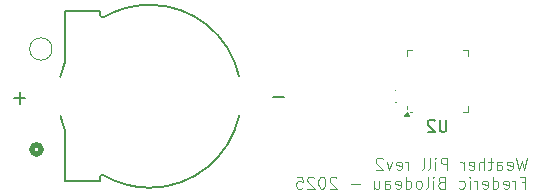
<source format=gbr>
%TF.GenerationSoftware,KiCad,Pcbnew,9.0.4*%
%TF.CreationDate,2025-08-29T23:53:31-07:00*%
%TF.ProjectId,WeatherPill,57656174-6865-4725-9069-6c6c2e6b6963,rev?*%
%TF.SameCoordinates,Original*%
%TF.FileFunction,Legend,Bot*%
%TF.FilePolarity,Positive*%
%FSLAX46Y46*%
G04 Gerber Fmt 4.6, Leading zero omitted, Abs format (unit mm)*
G04 Created by KiCad (PCBNEW 9.0.4) date 2025-08-29 23:53:31*
%MOMM*%
%LPD*%
G01*
G04 APERTURE LIST*
%ADD10C,0.125000*%
%ADD11C,0.150000*%
%ADD12C,0.508000*%
%ADD13C,0.120000*%
%ADD14C,0.100000*%
%ADD15C,0.127000*%
G04 APERTURE END LIST*
D10*
X61374906Y-79461175D02*
X61136811Y-80461175D01*
X61136811Y-80461175D02*
X60946335Y-79746889D01*
X60946335Y-79746889D02*
X60755859Y-80461175D01*
X60755859Y-80461175D02*
X60517764Y-79461175D01*
X59755859Y-80413556D02*
X59851097Y-80461175D01*
X59851097Y-80461175D02*
X60041573Y-80461175D01*
X60041573Y-80461175D02*
X60136811Y-80413556D01*
X60136811Y-80413556D02*
X60184430Y-80318317D01*
X60184430Y-80318317D02*
X60184430Y-79937365D01*
X60184430Y-79937365D02*
X60136811Y-79842127D01*
X60136811Y-79842127D02*
X60041573Y-79794508D01*
X60041573Y-79794508D02*
X59851097Y-79794508D01*
X59851097Y-79794508D02*
X59755859Y-79842127D01*
X59755859Y-79842127D02*
X59708240Y-79937365D01*
X59708240Y-79937365D02*
X59708240Y-80032603D01*
X59708240Y-80032603D02*
X60184430Y-80127841D01*
X58851097Y-80461175D02*
X58851097Y-79937365D01*
X58851097Y-79937365D02*
X58898716Y-79842127D01*
X58898716Y-79842127D02*
X58993954Y-79794508D01*
X58993954Y-79794508D02*
X59184430Y-79794508D01*
X59184430Y-79794508D02*
X59279668Y-79842127D01*
X58851097Y-80413556D02*
X58946335Y-80461175D01*
X58946335Y-80461175D02*
X59184430Y-80461175D01*
X59184430Y-80461175D02*
X59279668Y-80413556D01*
X59279668Y-80413556D02*
X59327287Y-80318317D01*
X59327287Y-80318317D02*
X59327287Y-80223079D01*
X59327287Y-80223079D02*
X59279668Y-80127841D01*
X59279668Y-80127841D02*
X59184430Y-80080222D01*
X59184430Y-80080222D02*
X58946335Y-80080222D01*
X58946335Y-80080222D02*
X58851097Y-80032603D01*
X58517763Y-79794508D02*
X58136811Y-79794508D01*
X58374906Y-79461175D02*
X58374906Y-80318317D01*
X58374906Y-80318317D02*
X58327287Y-80413556D01*
X58327287Y-80413556D02*
X58232049Y-80461175D01*
X58232049Y-80461175D02*
X58136811Y-80461175D01*
X57803477Y-80461175D02*
X57803477Y-79461175D01*
X57374906Y-80461175D02*
X57374906Y-79937365D01*
X57374906Y-79937365D02*
X57422525Y-79842127D01*
X57422525Y-79842127D02*
X57517763Y-79794508D01*
X57517763Y-79794508D02*
X57660620Y-79794508D01*
X57660620Y-79794508D02*
X57755858Y-79842127D01*
X57755858Y-79842127D02*
X57803477Y-79889746D01*
X56517763Y-80413556D02*
X56613001Y-80461175D01*
X56613001Y-80461175D02*
X56803477Y-80461175D01*
X56803477Y-80461175D02*
X56898715Y-80413556D01*
X56898715Y-80413556D02*
X56946334Y-80318317D01*
X56946334Y-80318317D02*
X56946334Y-79937365D01*
X56946334Y-79937365D02*
X56898715Y-79842127D01*
X56898715Y-79842127D02*
X56803477Y-79794508D01*
X56803477Y-79794508D02*
X56613001Y-79794508D01*
X56613001Y-79794508D02*
X56517763Y-79842127D01*
X56517763Y-79842127D02*
X56470144Y-79937365D01*
X56470144Y-79937365D02*
X56470144Y-80032603D01*
X56470144Y-80032603D02*
X56946334Y-80127841D01*
X56041572Y-80461175D02*
X56041572Y-79794508D01*
X56041572Y-79984984D02*
X55993953Y-79889746D01*
X55993953Y-79889746D02*
X55946334Y-79842127D01*
X55946334Y-79842127D02*
X55851096Y-79794508D01*
X55851096Y-79794508D02*
X55755858Y-79794508D01*
X54660619Y-80461175D02*
X54660619Y-79461175D01*
X54660619Y-79461175D02*
X54279667Y-79461175D01*
X54279667Y-79461175D02*
X54184429Y-79508794D01*
X54184429Y-79508794D02*
X54136810Y-79556413D01*
X54136810Y-79556413D02*
X54089191Y-79651651D01*
X54089191Y-79651651D02*
X54089191Y-79794508D01*
X54089191Y-79794508D02*
X54136810Y-79889746D01*
X54136810Y-79889746D02*
X54184429Y-79937365D01*
X54184429Y-79937365D02*
X54279667Y-79984984D01*
X54279667Y-79984984D02*
X54660619Y-79984984D01*
X53660619Y-80461175D02*
X53660619Y-79794508D01*
X53660619Y-79461175D02*
X53708238Y-79508794D01*
X53708238Y-79508794D02*
X53660619Y-79556413D01*
X53660619Y-79556413D02*
X53613000Y-79508794D01*
X53613000Y-79508794D02*
X53660619Y-79461175D01*
X53660619Y-79461175D02*
X53660619Y-79556413D01*
X53041572Y-80461175D02*
X53136810Y-80413556D01*
X53136810Y-80413556D02*
X53184429Y-80318317D01*
X53184429Y-80318317D02*
X53184429Y-79461175D01*
X52517762Y-80461175D02*
X52613000Y-80413556D01*
X52613000Y-80413556D02*
X52660619Y-80318317D01*
X52660619Y-80318317D02*
X52660619Y-79461175D01*
X51374904Y-80461175D02*
X51374904Y-79794508D01*
X51374904Y-79984984D02*
X51327285Y-79889746D01*
X51327285Y-79889746D02*
X51279666Y-79842127D01*
X51279666Y-79842127D02*
X51184428Y-79794508D01*
X51184428Y-79794508D02*
X51089190Y-79794508D01*
X50374904Y-80413556D02*
X50470142Y-80461175D01*
X50470142Y-80461175D02*
X50660618Y-80461175D01*
X50660618Y-80461175D02*
X50755856Y-80413556D01*
X50755856Y-80413556D02*
X50803475Y-80318317D01*
X50803475Y-80318317D02*
X50803475Y-79937365D01*
X50803475Y-79937365D02*
X50755856Y-79842127D01*
X50755856Y-79842127D02*
X50660618Y-79794508D01*
X50660618Y-79794508D02*
X50470142Y-79794508D01*
X50470142Y-79794508D02*
X50374904Y-79842127D01*
X50374904Y-79842127D02*
X50327285Y-79937365D01*
X50327285Y-79937365D02*
X50327285Y-80032603D01*
X50327285Y-80032603D02*
X50803475Y-80127841D01*
X49993951Y-79794508D02*
X49755856Y-80461175D01*
X49755856Y-80461175D02*
X49517761Y-79794508D01*
X49184427Y-79556413D02*
X49136808Y-79508794D01*
X49136808Y-79508794D02*
X49041570Y-79461175D01*
X49041570Y-79461175D02*
X48803475Y-79461175D01*
X48803475Y-79461175D02*
X48708237Y-79508794D01*
X48708237Y-79508794D02*
X48660618Y-79556413D01*
X48660618Y-79556413D02*
X48612999Y-79651651D01*
X48612999Y-79651651D02*
X48612999Y-79746889D01*
X48612999Y-79746889D02*
X48660618Y-79889746D01*
X48660618Y-79889746D02*
X49232046Y-80461175D01*
X49232046Y-80461175D02*
X48612999Y-80461175D01*
X60946335Y-81547309D02*
X61279668Y-81547309D01*
X61279668Y-82071119D02*
X61279668Y-81071119D01*
X61279668Y-81071119D02*
X60803478Y-81071119D01*
X60422525Y-82071119D02*
X60422525Y-81404452D01*
X60422525Y-81594928D02*
X60374906Y-81499690D01*
X60374906Y-81499690D02*
X60327287Y-81452071D01*
X60327287Y-81452071D02*
X60232049Y-81404452D01*
X60232049Y-81404452D02*
X60136811Y-81404452D01*
X59422525Y-82023500D02*
X59517763Y-82071119D01*
X59517763Y-82071119D02*
X59708239Y-82071119D01*
X59708239Y-82071119D02*
X59803477Y-82023500D01*
X59803477Y-82023500D02*
X59851096Y-81928261D01*
X59851096Y-81928261D02*
X59851096Y-81547309D01*
X59851096Y-81547309D02*
X59803477Y-81452071D01*
X59803477Y-81452071D02*
X59708239Y-81404452D01*
X59708239Y-81404452D02*
X59517763Y-81404452D01*
X59517763Y-81404452D02*
X59422525Y-81452071D01*
X59422525Y-81452071D02*
X59374906Y-81547309D01*
X59374906Y-81547309D02*
X59374906Y-81642547D01*
X59374906Y-81642547D02*
X59851096Y-81737785D01*
X58517763Y-82071119D02*
X58517763Y-81071119D01*
X58517763Y-82023500D02*
X58613001Y-82071119D01*
X58613001Y-82071119D02*
X58803477Y-82071119D01*
X58803477Y-82071119D02*
X58898715Y-82023500D01*
X58898715Y-82023500D02*
X58946334Y-81975880D01*
X58946334Y-81975880D02*
X58993953Y-81880642D01*
X58993953Y-81880642D02*
X58993953Y-81594928D01*
X58993953Y-81594928D02*
X58946334Y-81499690D01*
X58946334Y-81499690D02*
X58898715Y-81452071D01*
X58898715Y-81452071D02*
X58803477Y-81404452D01*
X58803477Y-81404452D02*
X58613001Y-81404452D01*
X58613001Y-81404452D02*
X58517763Y-81452071D01*
X57660620Y-82023500D02*
X57755858Y-82071119D01*
X57755858Y-82071119D02*
X57946334Y-82071119D01*
X57946334Y-82071119D02*
X58041572Y-82023500D01*
X58041572Y-82023500D02*
X58089191Y-81928261D01*
X58089191Y-81928261D02*
X58089191Y-81547309D01*
X58089191Y-81547309D02*
X58041572Y-81452071D01*
X58041572Y-81452071D02*
X57946334Y-81404452D01*
X57946334Y-81404452D02*
X57755858Y-81404452D01*
X57755858Y-81404452D02*
X57660620Y-81452071D01*
X57660620Y-81452071D02*
X57613001Y-81547309D01*
X57613001Y-81547309D02*
X57613001Y-81642547D01*
X57613001Y-81642547D02*
X58089191Y-81737785D01*
X57184429Y-82071119D02*
X57184429Y-81404452D01*
X57184429Y-81594928D02*
X57136810Y-81499690D01*
X57136810Y-81499690D02*
X57089191Y-81452071D01*
X57089191Y-81452071D02*
X56993953Y-81404452D01*
X56993953Y-81404452D02*
X56898715Y-81404452D01*
X56565381Y-82071119D02*
X56565381Y-81404452D01*
X56565381Y-81071119D02*
X56613000Y-81118738D01*
X56613000Y-81118738D02*
X56565381Y-81166357D01*
X56565381Y-81166357D02*
X56517762Y-81118738D01*
X56517762Y-81118738D02*
X56565381Y-81071119D01*
X56565381Y-81071119D02*
X56565381Y-81166357D01*
X55660620Y-82023500D02*
X55755858Y-82071119D01*
X55755858Y-82071119D02*
X55946334Y-82071119D01*
X55946334Y-82071119D02*
X56041572Y-82023500D01*
X56041572Y-82023500D02*
X56089191Y-81975880D01*
X56089191Y-81975880D02*
X56136810Y-81880642D01*
X56136810Y-81880642D02*
X56136810Y-81594928D01*
X56136810Y-81594928D02*
X56089191Y-81499690D01*
X56089191Y-81499690D02*
X56041572Y-81452071D01*
X56041572Y-81452071D02*
X55946334Y-81404452D01*
X55946334Y-81404452D02*
X55755858Y-81404452D01*
X55755858Y-81404452D02*
X55660620Y-81452071D01*
X54136810Y-81547309D02*
X53993953Y-81594928D01*
X53993953Y-81594928D02*
X53946334Y-81642547D01*
X53946334Y-81642547D02*
X53898715Y-81737785D01*
X53898715Y-81737785D02*
X53898715Y-81880642D01*
X53898715Y-81880642D02*
X53946334Y-81975880D01*
X53946334Y-81975880D02*
X53993953Y-82023500D01*
X53993953Y-82023500D02*
X54089191Y-82071119D01*
X54089191Y-82071119D02*
X54470143Y-82071119D01*
X54470143Y-82071119D02*
X54470143Y-81071119D01*
X54470143Y-81071119D02*
X54136810Y-81071119D01*
X54136810Y-81071119D02*
X54041572Y-81118738D01*
X54041572Y-81118738D02*
X53993953Y-81166357D01*
X53993953Y-81166357D02*
X53946334Y-81261595D01*
X53946334Y-81261595D02*
X53946334Y-81356833D01*
X53946334Y-81356833D02*
X53993953Y-81452071D01*
X53993953Y-81452071D02*
X54041572Y-81499690D01*
X54041572Y-81499690D02*
X54136810Y-81547309D01*
X54136810Y-81547309D02*
X54470143Y-81547309D01*
X53470143Y-82071119D02*
X53470143Y-81404452D01*
X53470143Y-81071119D02*
X53517762Y-81118738D01*
X53517762Y-81118738D02*
X53470143Y-81166357D01*
X53470143Y-81166357D02*
X53422524Y-81118738D01*
X53422524Y-81118738D02*
X53470143Y-81071119D01*
X53470143Y-81071119D02*
X53470143Y-81166357D01*
X52851096Y-82071119D02*
X52946334Y-82023500D01*
X52946334Y-82023500D02*
X52993953Y-81928261D01*
X52993953Y-81928261D02*
X52993953Y-81071119D01*
X52327286Y-82071119D02*
X52422524Y-82023500D01*
X52422524Y-82023500D02*
X52470143Y-81975880D01*
X52470143Y-81975880D02*
X52517762Y-81880642D01*
X52517762Y-81880642D02*
X52517762Y-81594928D01*
X52517762Y-81594928D02*
X52470143Y-81499690D01*
X52470143Y-81499690D02*
X52422524Y-81452071D01*
X52422524Y-81452071D02*
X52327286Y-81404452D01*
X52327286Y-81404452D02*
X52184429Y-81404452D01*
X52184429Y-81404452D02*
X52089191Y-81452071D01*
X52089191Y-81452071D02*
X52041572Y-81499690D01*
X52041572Y-81499690D02*
X51993953Y-81594928D01*
X51993953Y-81594928D02*
X51993953Y-81880642D01*
X51993953Y-81880642D02*
X52041572Y-81975880D01*
X52041572Y-81975880D02*
X52089191Y-82023500D01*
X52089191Y-82023500D02*
X52184429Y-82071119D01*
X52184429Y-82071119D02*
X52327286Y-82071119D01*
X51136810Y-82071119D02*
X51136810Y-81071119D01*
X51136810Y-82023500D02*
X51232048Y-82071119D01*
X51232048Y-82071119D02*
X51422524Y-82071119D01*
X51422524Y-82071119D02*
X51517762Y-82023500D01*
X51517762Y-82023500D02*
X51565381Y-81975880D01*
X51565381Y-81975880D02*
X51613000Y-81880642D01*
X51613000Y-81880642D02*
X51613000Y-81594928D01*
X51613000Y-81594928D02*
X51565381Y-81499690D01*
X51565381Y-81499690D02*
X51517762Y-81452071D01*
X51517762Y-81452071D02*
X51422524Y-81404452D01*
X51422524Y-81404452D02*
X51232048Y-81404452D01*
X51232048Y-81404452D02*
X51136810Y-81452071D01*
X50279667Y-82023500D02*
X50374905Y-82071119D01*
X50374905Y-82071119D02*
X50565381Y-82071119D01*
X50565381Y-82071119D02*
X50660619Y-82023500D01*
X50660619Y-82023500D02*
X50708238Y-81928261D01*
X50708238Y-81928261D02*
X50708238Y-81547309D01*
X50708238Y-81547309D02*
X50660619Y-81452071D01*
X50660619Y-81452071D02*
X50565381Y-81404452D01*
X50565381Y-81404452D02*
X50374905Y-81404452D01*
X50374905Y-81404452D02*
X50279667Y-81452071D01*
X50279667Y-81452071D02*
X50232048Y-81547309D01*
X50232048Y-81547309D02*
X50232048Y-81642547D01*
X50232048Y-81642547D02*
X50708238Y-81737785D01*
X49374905Y-82071119D02*
X49374905Y-81547309D01*
X49374905Y-81547309D02*
X49422524Y-81452071D01*
X49422524Y-81452071D02*
X49517762Y-81404452D01*
X49517762Y-81404452D02*
X49708238Y-81404452D01*
X49708238Y-81404452D02*
X49803476Y-81452071D01*
X49374905Y-82023500D02*
X49470143Y-82071119D01*
X49470143Y-82071119D02*
X49708238Y-82071119D01*
X49708238Y-82071119D02*
X49803476Y-82023500D01*
X49803476Y-82023500D02*
X49851095Y-81928261D01*
X49851095Y-81928261D02*
X49851095Y-81833023D01*
X49851095Y-81833023D02*
X49803476Y-81737785D01*
X49803476Y-81737785D02*
X49708238Y-81690166D01*
X49708238Y-81690166D02*
X49470143Y-81690166D01*
X49470143Y-81690166D02*
X49374905Y-81642547D01*
X48470143Y-81404452D02*
X48470143Y-82071119D01*
X48898714Y-81404452D02*
X48898714Y-81928261D01*
X48898714Y-81928261D02*
X48851095Y-82023500D01*
X48851095Y-82023500D02*
X48755857Y-82071119D01*
X48755857Y-82071119D02*
X48613000Y-82071119D01*
X48613000Y-82071119D02*
X48517762Y-82023500D01*
X48517762Y-82023500D02*
X48470143Y-81975880D01*
X47232047Y-81690166D02*
X46470143Y-81690166D01*
X45279666Y-81166357D02*
X45232047Y-81118738D01*
X45232047Y-81118738D02*
X45136809Y-81071119D01*
X45136809Y-81071119D02*
X44898714Y-81071119D01*
X44898714Y-81071119D02*
X44803476Y-81118738D01*
X44803476Y-81118738D02*
X44755857Y-81166357D01*
X44755857Y-81166357D02*
X44708238Y-81261595D01*
X44708238Y-81261595D02*
X44708238Y-81356833D01*
X44708238Y-81356833D02*
X44755857Y-81499690D01*
X44755857Y-81499690D02*
X45327285Y-82071119D01*
X45327285Y-82071119D02*
X44708238Y-82071119D01*
X44089190Y-81071119D02*
X43993952Y-81071119D01*
X43993952Y-81071119D02*
X43898714Y-81118738D01*
X43898714Y-81118738D02*
X43851095Y-81166357D01*
X43851095Y-81166357D02*
X43803476Y-81261595D01*
X43803476Y-81261595D02*
X43755857Y-81452071D01*
X43755857Y-81452071D02*
X43755857Y-81690166D01*
X43755857Y-81690166D02*
X43803476Y-81880642D01*
X43803476Y-81880642D02*
X43851095Y-81975880D01*
X43851095Y-81975880D02*
X43898714Y-82023500D01*
X43898714Y-82023500D02*
X43993952Y-82071119D01*
X43993952Y-82071119D02*
X44089190Y-82071119D01*
X44089190Y-82071119D02*
X44184428Y-82023500D01*
X44184428Y-82023500D02*
X44232047Y-81975880D01*
X44232047Y-81975880D02*
X44279666Y-81880642D01*
X44279666Y-81880642D02*
X44327285Y-81690166D01*
X44327285Y-81690166D02*
X44327285Y-81452071D01*
X44327285Y-81452071D02*
X44279666Y-81261595D01*
X44279666Y-81261595D02*
X44232047Y-81166357D01*
X44232047Y-81166357D02*
X44184428Y-81118738D01*
X44184428Y-81118738D02*
X44089190Y-81071119D01*
X43374904Y-81166357D02*
X43327285Y-81118738D01*
X43327285Y-81118738D02*
X43232047Y-81071119D01*
X43232047Y-81071119D02*
X42993952Y-81071119D01*
X42993952Y-81071119D02*
X42898714Y-81118738D01*
X42898714Y-81118738D02*
X42851095Y-81166357D01*
X42851095Y-81166357D02*
X42803476Y-81261595D01*
X42803476Y-81261595D02*
X42803476Y-81356833D01*
X42803476Y-81356833D02*
X42851095Y-81499690D01*
X42851095Y-81499690D02*
X43422523Y-82071119D01*
X43422523Y-82071119D02*
X42803476Y-82071119D01*
X41898714Y-81071119D02*
X42374904Y-81071119D01*
X42374904Y-81071119D02*
X42422523Y-81547309D01*
X42422523Y-81547309D02*
X42374904Y-81499690D01*
X42374904Y-81499690D02*
X42279666Y-81452071D01*
X42279666Y-81452071D02*
X42041571Y-81452071D01*
X42041571Y-81452071D02*
X41946333Y-81499690D01*
X41946333Y-81499690D02*
X41898714Y-81547309D01*
X41898714Y-81547309D02*
X41851095Y-81642547D01*
X41851095Y-81642547D02*
X41851095Y-81880642D01*
X41851095Y-81880642D02*
X41898714Y-81975880D01*
X41898714Y-81975880D02*
X41946333Y-82023500D01*
X41946333Y-82023500D02*
X42041571Y-82071119D01*
X42041571Y-82071119D02*
X42279666Y-82071119D01*
X42279666Y-82071119D02*
X42374904Y-82023500D01*
X42374904Y-82023500D02*
X42422523Y-81975880D01*
D11*
X54591904Y-76254819D02*
X54591904Y-77064342D01*
X54591904Y-77064342D02*
X54544285Y-77159580D01*
X54544285Y-77159580D02*
X54496666Y-77207200D01*
X54496666Y-77207200D02*
X54401428Y-77254819D01*
X54401428Y-77254819D02*
X54210952Y-77254819D01*
X54210952Y-77254819D02*
X54115714Y-77207200D01*
X54115714Y-77207200D02*
X54068095Y-77159580D01*
X54068095Y-77159580D02*
X54020476Y-77064342D01*
X54020476Y-77064342D02*
X54020476Y-76254819D01*
X53591904Y-76350057D02*
X53544285Y-76302438D01*
X53544285Y-76302438D02*
X53449047Y-76254819D01*
X53449047Y-76254819D02*
X53210952Y-76254819D01*
X53210952Y-76254819D02*
X53115714Y-76302438D01*
X53115714Y-76302438D02*
X53068095Y-76350057D01*
X53068095Y-76350057D02*
X53020476Y-76445295D01*
X53020476Y-76445295D02*
X53020476Y-76540533D01*
X53020476Y-76540533D02*
X53068095Y-76683390D01*
X53068095Y-76683390D02*
X53639523Y-77254819D01*
X53639523Y-77254819D02*
X53020476Y-77254819D01*
D12*
%TO.C,SW1*%
X20266200Y-78750000D02*
G75*
G02*
X19504200Y-78750000I-381000J0D01*
G01*
X19504200Y-78750000D02*
G75*
G02*
X20266200Y-78750000I381000J0D01*
G01*
D13*
%TO.C,U2*%
X51220000Y-70360000D02*
X51220000Y-70835000D01*
X51220000Y-75105000D02*
X51220000Y-75340000D01*
X51695000Y-70360000D02*
X51220000Y-70360000D01*
X51695000Y-75580000D02*
X51520000Y-75580000D01*
X55965000Y-70360000D02*
X56440000Y-70360000D01*
X55965000Y-75580000D02*
X56440000Y-75580000D01*
X56440000Y-70360000D02*
X56440000Y-70835000D01*
X56440000Y-75580000D02*
X56440000Y-75105000D01*
X51460000Y-75910000D02*
X50980000Y-75910000D01*
X51220000Y-75580000D01*
X51460000Y-75910000D01*
G36*
X51460000Y-75910000D02*
G01*
X50980000Y-75910000D01*
X51220000Y-75580000D01*
X51460000Y-75910000D01*
G37*
D14*
%TO.C,C15*%
X50345000Y-73800000D02*
G75*
G02*
X50245000Y-73800000I-50000J0D01*
G01*
X50245000Y-73800000D02*
G75*
G02*
X50345000Y-73800000I50000J0D01*
G01*
D15*
%TO.C,BT1*%
X17944999Y-74410000D02*
X18944999Y-74410000D01*
X18444999Y-74910000D02*
X18444999Y-73910000D01*
X22269999Y-67050000D02*
X25219999Y-67050000D01*
X22269999Y-71400000D02*
X22269999Y-67050000D01*
X22269999Y-77100000D02*
X22269999Y-81450000D01*
X22269999Y-81450000D02*
X25219999Y-81450000D01*
X25219999Y-67050000D02*
X25219999Y-67370000D01*
X25219999Y-81450000D02*
X25219999Y-81130000D01*
X39864999Y-74340000D02*
X40864999Y-74340000D01*
X21906999Y-72586000D02*
G75*
G02*
X22269999Y-71400000I7288684J-1582302D01*
G01*
X22269999Y-77100000D02*
G75*
G02*
X21906999Y-75914000I6925684J2768302D01*
G01*
X25219999Y-81130000D02*
G75*
G02*
X25414999Y-80915000I205000J10000D01*
G01*
X25414999Y-67585000D02*
G75*
G02*
X25219998Y-67370000I9997J204998D01*
G01*
X25414999Y-80915000D02*
G75*
G02*
X25594999Y-80955000I16990J-348547D01*
G01*
X25594999Y-67545000D02*
G75*
G02*
X25414999Y-67585000I-163010J308547D01*
G01*
X25594999Y-67545000D02*
G75*
G02*
X29470000Y-66505000I3872973J-6691496D01*
G01*
X29470000Y-66505000D02*
G75*
G02*
X37033999Y-72585001I116J-7744961D01*
G01*
X29470000Y-81995000D02*
G75*
G02*
X25594999Y-80955000I-2021J7731523D01*
G01*
X37033999Y-75914999D02*
G75*
G02*
X29470000Y-81995000I-7563883J1664960D01*
G01*
D14*
%TO.C,C16*%
X50345000Y-74800000D02*
G75*
G02*
X50245000Y-74800000I-50000J0D01*
G01*
X50245000Y-74800000D02*
G75*
G02*
X50345000Y-74800000I50000J0D01*
G01*
D13*
%TO.C,TP1*%
X21200000Y-70250000D02*
G75*
G02*
X19300000Y-70250000I-950000J0D01*
G01*
X19300000Y-70250000D02*
G75*
G02*
X21200000Y-70250000I950000J0D01*
G01*
%TD*%
M02*

</source>
